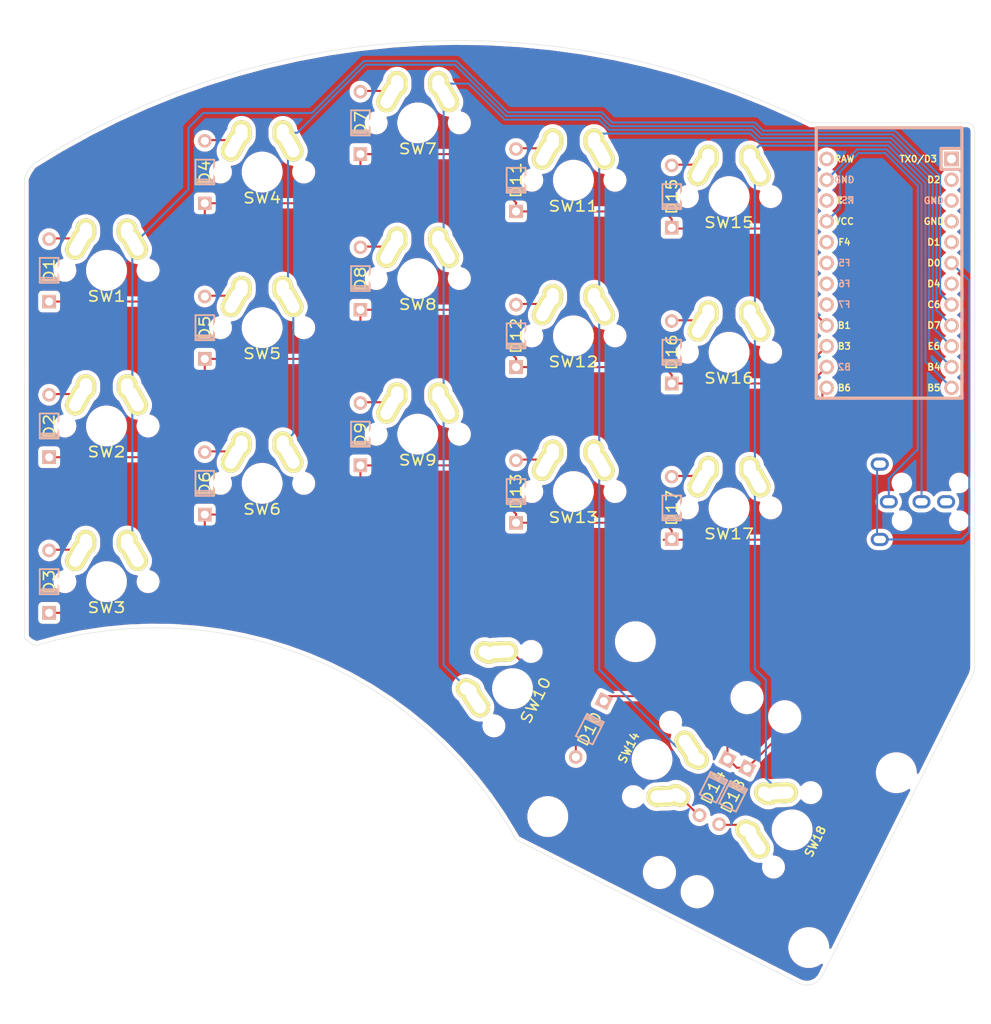
<source format=kicad_pcb>
(kicad_pcb (version 20171130) (host pcbnew 5.1.5)
  (layers (0 F.Cu signal) (31 B.Cu signal) (34 B.Paste user) (35 F.Paste user) (36 B.SilkS user) (37 F.SilkS user) (38 B.Mask user) (39 F.Mask user) (44 Edge.Cuts user))
  (net 0 "")
  (net 1 "Net-(D1-Pad2)")
  (net 2 "Net-(D2-Pad2)")
  (net 3 "Net-(D3-Pad2)")
  (net 4 "Net-(D5-Pad2)")
  (net 5 "Net-(D6-Pad2)")
  (net 6 "Net-(D7-Pad2)")
  (net 7 ROW2)
  (net 8 "Net-(D10-Pad2)")
  (net 9 "Net-(D11-Pad2)")
  (net 10 "Net-(D12-Pad2)")
  (net 11 "Net-(D15-Pad2)")
  (net 12 "Net-(D16-Pad2)")
  (net 13 "Net-(D17-Pad2)")
  (net 14 ROW1)
  (net 15 ROW3)
  (net 16 COL0)
  (net 17 COL1)
  (net 18 COL2)
  (net 19 COL3)
  (net 20 COL4)
  (net 21 ROW0)
  (net 22 SDA)
  (net 23 "Net-(D4-Pad2)")
  (net 24 "Net-(D8-Pad2)")
  (net 25 "Net-(D9-Pad2)")
  (net 26 "Net-(D13-Pad2)")
  (net 27 "Net-(D14-Pad2)")
  (net 28 "Net-(U1-Pad3)")
  (net 29 "Net-(U1-Pad2)")
  (net 30 "Net-(D18-Pad2)")
  (module footprints:125u-dual (layer F.Cu) (at 79.57 90.06 63.4)
    (fp_text reference SW10 (at 0 3.175 63.4) (layer F.SilkS) (effects (font (size 1.27 1.524) (thickness 0.2032))))
    (fp_text value switch hide)
    (pad 1 thru_hole oval (at -2.52 -4.79 63.4) (size 2.5 3.08) (drill oval 1.5 2.08) (layers *.Cu *.Mask F.SilkS) (net 18 COL2))
    (pad 2 thru_hole oval (at 3.405 -3.27 92.4) (size 2.5 4.17) (drill oval 1.5 3.17) (layers *.Cu *.Mask F.SilkS) (net 8 "Net-(D10-Pad2)"))
    (pad HOLE np_thru_hole circle (at 5.08 0 63.4) (size 1.8 1.8) (drill 1.8) (layers *.Cu))
    (pad HOLE np_thru_hole circle (at -5.08 0 63.4) (size 1.8 1.8) (drill 1.8) (layers *.Cu))
    (pad HOLE np_thru_hole circle (at 0 0 63.4) (size 3.9878 3.9878) (drill 3.9878) (layers *.Cu))
    (pad 2 thru_hole oval (at 2.52 -4.79 63.4) (size 2.5 3.08) (drill oval 1.5 2.08) (layers *.Cu *.Mask F.SilkS) (net 8 "Net-(D10-Pad2)"))
    (pad 1 thru_hole oval (at -3.405 -3.27 34.35) (size 2.5 4.17) (drill oval 1.5 3.17) (layers *.Cu *.Mask F.SilkS) (net 18 COL2))
  )
  (module footprints:diode (layer F.Cu) (at 89 95 63.4)
    (fp_text reference D10 (at 0 0 63.4) (layer F.SilkS) (effects (font (size 1.27 1.524) (thickness 0.2032))))
    (fp_text value D hide)
    (pad 1 thru_hole rect (at 3.81 0 63.4) (size 1.651 1.651) (drill 0.9906) (layers *.Cu *.SilkS *.Mask) (net 15 ROW3))
    (pad 2 thru_hole circle (at -3.81 0 63.4) (size 1.651 1.651) (drill 0.9906) (layers *.Cu *.SilkS *.Mask) (net 8 "Net-(D10-Pad2)"))
  )
  (module footprints:trrs (layer B.Cu) (at 135.7 67.25 90)
    (fp_text reference U1)
    (fp_text value TRRS)
    (pad 3 thru_hole oval (at 0 -6.2 90) (size 1.6 2.2) (drill oval 0.9 1.5) (layers *.Cu *.Mask) (net 28 "Net-(U1-Pad3)"))
    (pad "" np_thru_hole circle (at -2.3 -1.6 90) (size 1.5 1.5) (drill 1.5) (layers *.Cu *.Mask))
    (pad "" np_thru_hole circle (at -2.3 -8.6 90) (size 1.5 1.5) (drill 1.5) (layers *.Cu *.Mask))
    (pad 4 thru_hole oval (at 0 -3.2 90) (size 1.6 2.2) (drill oval 0.9 1.5) (layers *.Cu *.Mask))
    (pad 2 thru_hole oval (at 0 -10.2 90) (size 1.6 2.2) (drill oval 0.9 1.5) (layers *.Cu *.Mask) (net 29 "Net-(U1-Pad2)"))
    (pad 1 thru_hole oval (at -4.6 -11.3 90) (size 1.6 2.2) (drill oval 0.9 1.5) (layers *.Cu *.Mask) (net 22 SDA))
    (pad 1 thru_hole oval (at 4.6 -11.3 90) (size 1.6 2.2) (drill oval 0.9 1.5) (layers *.Cu *.Mask) (net 22 SDA))
    (pad "" np_thru_hole circle (at 2.3 -1.6 90) (size 1.5 1.5) (drill 1.5) (layers *.Cu *.Mask))
    (pad "" np_thru_hole circle (at 2.3 -8.6 90) (size 1.5 1.5) (drill 1.5) (layers *.Cu *.Mask))
  )
  (module footprints:promicro (layer B.Cu) (at 125.54 39.37 270)
    (fp_text reference U2 hide)
    (fp_text value ProMicro hide)
    (fp_text user ST (at -8.92 5.73312 180) (layer B.SilkS) (effects (font (size 0.8 0.8)) (justify mirror)))
    (fp_text user TX0/D3 (at -13.97 -3.571872 180) (layer F.SilkS) (effects (font (size 0.8 0.8))))
    (fp_text user TX0/D3 (at -13.97 -3.571872 180) (layer F.SilkS) (effects (font (size 0.8 0.8))))
    (fp_text user D2 (at -11.43 -5.461 180) (layer F.SilkS) (effects (font (size 0.8 0.8))))
    (fp_text user D0 (at -1.27 -5.461 180) (layer F.SilkS) (effects (font (size 0.8 0.8))))
    (fp_text user D1 (at -3.81 -5.461 180) (layer F.SilkS) (effects (font (size 0.8 0.8))))
    (fp_text user GND (at -6.35 -5.461 180) (layer F.SilkS) (effects (font (size 0.8 0.8))))
    (fp_text user GND (at -8.89 -5.461 180) (layer B.SilkS) (effects (font (size 0.8 0.8)) (justify mirror)))
    (fp_text user D4 (at 1.27 -5.461 180) (layer F.SilkS) (effects (font (size 0.8 0.8))))
    (fp_text user C6 (at 3.81 -5.461 180) (layer F.SilkS) (effects (font (size 0.8 0.8))))
    (fp_text user D7 (at 6.35 -5.461 180) (layer F.SilkS) (effects (font (size 0.8 0.8))))
    (fp_text user E6 (at 8.89 -5.461 180) (layer F.SilkS) (effects (font (size 0.8 0.8))))
    (fp_text user B4 (at 11.43 -5.461 180) (layer F.SilkS) (effects (font (size 0.8 0.8))))
    (fp_text user B5 (at 13.97 -5.461 180) (layer F.SilkS) (effects (font (size 0.8 0.8))))
    (fp_text user B6 (at 13.97 5.461 180) (layer F.SilkS) (effects (font (size 0.8 0.8))))
    (fp_text user B2 (at 11.43 5.461 180) (layer B.SilkS) (effects (font (size 0.8 0.8)) (justify mirror)))
    (fp_text user B3 (at 8.89 5.461 180) (layer F.SilkS) (effects (font (size 0.8 0.8))))
    (fp_text user B1 (at 6.35 5.461 180) (layer F.SilkS) (effects (font (size 0.8 0.8))))
    (fp_text user F7 (at 3.81 5.461 180) (layer B.SilkS) (effects (font (size 0.8 0.8)) (justify mirror)))
    (fp_text user F6 (at 1.27 5.461 180) (layer B.SilkS) (effects (font (size 0.8 0.8)) (justify mirror)))
    (fp_text user F5 (at -1.27 5.461 180) (layer B.SilkS) (effects (font (size 0.8 0.8)) (justify mirror)))
    (fp_text user F4 (at -3.81 5.461 180) (layer F.SilkS) (effects (font (size 0.8 0.8))))
    (fp_text user VCC (at -6.35 5.461 180) (layer F.SilkS) (effects (font (size 0.8 0.8))))
    (fp_text user ST (at -8.92 5.73312 180) (layer B.SilkS) (effects (font (size 0.8 0.8)) (justify mirror)))
    (fp_text user GND (at -11.43 5.461 180) (layer B.SilkS) (effects (font (size 0.8 0.8)) (justify mirror)))
    (fp_text user RAW (at -13.97 5.461 180) (layer F.SilkS) (effects (font (size 0.8 0.8))))
    (fp_text user RAW (at -13.97 5.461 180) (layer F.SilkS) (effects (font (size 0.8 0.8))))
    (fp_text user GND (at -11.43 5.461 180) (layer F.SilkS) (effects (font (size 0.8 0.8))))
    (fp_text user VCC (at -6.35 5.461 180) (layer F.SilkS) (effects (font (size 0.8 0.8))))
    (fp_text user F4 (at -3.81 5.461 180) (layer F.SilkS) (effects (font (size 0.8 0.8))))
    (fp_text user F5 (at -1.27 5.461 180) (layer B.SilkS) (effects (font (size 0.8 0.8)) (justify mirror)))
    (fp_text user F6 (at 1.27 5.461 180) (layer B.SilkS) (effects (font (size 0.8 0.8)) (justify mirror)))
    (fp_text user F7 (at 3.81 5.461 180) (layer B.SilkS) (effects (font (size 0.8 0.8)) (justify mirror)))
    (fp_text user B1 (at 6.35 5.461 180) (layer F.SilkS) (effects (font (size 0.8 0.8))))
    (fp_text user B3 (at 8.89 5.461 180) (layer F.SilkS) (effects (font (size 0.8 0.8))))
    (fp_text user B2 (at 11.43 5.461 180) (layer B.SilkS) (effects (font (size 0.8 0.8)) (justify mirror)))
    (fp_text user B6 (at 13.97 5.461 180) (layer F.SilkS) (effects (font (size 0.8 0.8))))
    (fp_text user B5 (at 13.97 -5.461 180) (layer F.SilkS) (effects (font (size 0.8 0.8))))
    (fp_text user B4 (at 11.43 -5.461 180) (layer F.SilkS) (effects (font (size 0.8 0.8))))
    (fp_text user E6 (at 8.89 -5.461 180) (layer F.SilkS) (effects (font (size 0.8 0.8))))
    (fp_text user D7 (at 6.35 -5.461 180) (layer F.SilkS) (effects (font (size 0.8 0.8))))
    (fp_text user C6 (at 3.81 -5.461 180) (layer F.SilkS) (effects (font (size 0.8 0.8))))
    (fp_text user D4 (at 1.27 -5.461 180) (layer F.SilkS) (effects (font (size 0.8 0.8))))
    (fp_text user GND (at -8.89 -5.461 180) (layer F.SilkS) (effects (font (size 0.8 0.8))))
    (fp_text user GND (at -6.35 -5.461 180) (layer F.SilkS) (effects (font (size 0.8 0.8))))
    (fp_text user D1 (at -3.81 -5.461 180) (layer F.SilkS) (effects (font (size 0.8 0.8))))
    (fp_text user D0 (at -1.27 -5.461 180) (layer F.SilkS) (effects (font (size 0.8 0.8))))
    (fp_text user D2 (at -11.43 -5.461 180) (layer F.SilkS) (effects (font (size 0.8 0.8))))
    (pad 24 thru_hole circle (at -13.97 7.62 270) (size 1.7526 1.7526) (drill 1.0922) (layers *.Cu *.SilkS *.Mask))
    (pad 12 thru_hole circle (at 13.97 -7.62 270) (size 1.7526 1.7526) (drill 1.0922) (layers *.Cu *.SilkS *.Mask) (net 20 COL4))
    (pad 23 thru_hole circle (at -11.43 7.62 270) (size 1.7526 1.7526) (drill 1.0922) (layers *.Cu *.SilkS *.Mask) (net 28 "Net-(U1-Pad3)"))
    (pad 22 thru_hole circle (at -8.89 7.62 270) (size 1.7526 1.7526) (drill 1.0922) (layers *.Cu *.SilkS *.Mask))
    (pad 21 thru_hole circle (at -6.35 7.62 270) (size 1.7526 1.7526) (drill 1.0922) (layers *.Cu *.SilkS *.Mask) (net 29 "Net-(U1-Pad2)"))
    (pad 20 thru_hole circle (at -3.81 7.62 270) (size 1.7526 1.7526) (drill 1.0922) (layers *.Cu *.SilkS *.Mask))
    (pad 19 thru_hole circle (at -1.27 7.62 270) (size 1.7526 1.7526) (drill 1.0922) (layers *.Cu *.SilkS *.Mask))
    (pad 18 thru_hole circle (at 1.27 7.62 270) (size 1.7526 1.7526) (drill 1.0922) (layers *.Cu *.SilkS *.Mask))
    (pad 17 thru_hole circle (at 3.81 7.62 270) (size 1.7526 1.7526) (drill 1.0922) (layers *.Cu *.SilkS *.Mask))
    (pad 16 thru_hole circle (at 6.35 7.62 270) (size 1.7526 1.7526) (drill 1.0922) (layers *.Cu *.SilkS *.Mask) (net 21 ROW0))
    (pad 15 thru_hole circle (at 8.89 7.62 270) (size 1.7526 1.7526) (drill 1.0922) (layers *.Cu *.SilkS *.Mask) (net 14 ROW1))
    (pad 14 thru_hole circle (at 11.43 7.62 270) (size 1.7526 1.7526) (drill 1.0922) (layers *.Cu *.SilkS *.Mask) (net 7 ROW2))
    (pad 13 thru_hole circle (at 13.97 7.62 270) (size 1.7526 1.7526) (drill 1.0922) (layers *.Cu *.SilkS *.Mask) (net 15 ROW3))
    (pad 11 thru_hole circle (at 11.43 -7.62 270) (size 1.7526 1.7526) (drill 1.0922) (layers *.Cu *.SilkS *.Mask) (net 19 COL3))
    (pad 10 thru_hole circle (at 8.89 -7.62 270) (size 1.7526 1.7526) (drill 1.0922) (layers *.Cu *.SilkS *.Mask) (net 18 COL2))
    (pad 9 thru_hole circle (at 6.35 -7.62 270) (size 1.7526 1.7526) (drill 1.0922) (layers *.Cu *.SilkS *.Mask) (net 17 COL1))
    (pad 8 thru_hole circle (at 3.81 -7.62 270) (size 1.7526 1.7526) (drill 1.0922) (layers *.Cu *.SilkS *.Mask) (net 16 COL0))
    (pad 7 thru_hole circle (at 1.27 -7.62 270) (size 1.7526 1.7526) (drill 1.0922) (layers *.Cu *.SilkS *.Mask))
    (pad 6 thru_hole circle (at -1.27 -7.62 270) (size 1.7526 1.7526) (drill 1.0922) (layers *.Cu *.SilkS *.Mask) (net 22 SDA))
    (pad 5 thru_hole circle (at -3.81 -7.62 270) (size 1.7526 1.7526) (drill 1.0922) (layers *.Cu *.SilkS *.Mask))
    (pad 4 thru_hole circle (at -6.35 -7.62 270) (size 1.7526 1.7526) (drill 1.0922) (layers *.Cu *.SilkS *.Mask))
    (pad 3 thru_hole circle (at -8.89 -7.62 270) (size 1.7526 1.7526) (drill 1.0922) (layers *.Cu *.SilkS *.Mask))
    (pad 2 thru_hole circle (at -11.43 -7.62 270) (size 1.7526 1.7526) (drill 1.0922) (layers *.Cu *.SilkS *.Mask))
    (pad 1 thru_hole rect (at -13.97 -7.62 270) (size 1.7526 1.7526) (drill 1.0922) (layers *.Cu *.SilkS *.Mask))
  )
  (module footprints:diode (layer F.Cu) (at 106.5 103.2 63.4)
    (fp_text reference D18 (at 0 0 63.4) (layer F.SilkS) (effects (font (size 1.27 1.524) (thickness 0.2032))))
    (fp_text value D hide)
    (pad 1 thru_hole rect (at 3.81 0 63.4) (size 1.651 1.651) (drill 0.9906) (layers *.Cu *.SilkS *.Mask) (net 15 ROW3))
    (pad 2 thru_hole circle (at -3.81 0 63.4) (size 1.651 1.651) (drill 0.9906) (layers *.Cu *.SilkS *.Mask) (net 30 "Net-(D18-Pad2)"))
  )
  (module footprints:diode (layer F.Cu) (at 99 68 270)
    (fp_text reference D17 (at 0 0 90) (layer F.SilkS) (effects (font (size 1.27 1.524) (thickness 0.2032))))
    (fp_text value D hide)
    (pad 1 thru_hole rect (at 3.81 0 270) (size 1.651 1.651) (drill 0.9906) (layers *.Cu *.SilkS *.Mask) (net 7 ROW2))
    (pad 2 thru_hole circle (at -3.81 0 270) (size 1.651 1.651) (drill 0.9906) (layers *.Cu *.SilkS *.Mask) (net 13 "Net-(D17-Pad2)"))
  )
  (module footprints:diode (layer F.Cu) (at 99 49 270)
    (fp_text reference D16 (at 0 0 90) (layer F.SilkS) (effects (font (size 1.27 1.524) (thickness 0.2032))))
    (fp_text value D hide)
    (pad 1 thru_hole rect (at 3.81 0 270) (size 1.651 1.651) (drill 0.9906) (layers *.Cu *.SilkS *.Mask) (net 14 ROW1))
    (pad 2 thru_hole circle (at -3.81 0 270) (size 1.651 1.651) (drill 0.9906) (layers *.Cu *.SilkS *.Mask) (net 12 "Net-(D16-Pad2)"))
  )
  (module footprints:diode (layer F.Cu) (at 99 30 270)
    (fp_text reference D15 (at 0 0 90) (layer F.SilkS) (effects (font (size 1.27 1.524) (thickness 0.2032))))
    (fp_text value D hide)
    (pad 1 thru_hole rect (at 3.81 0 270) (size 1.651 1.651) (drill 0.9906) (layers *.Cu *.SilkS *.Mask) (net 21 ROW0))
    (pad 2 thru_hole circle (at -3.81 0 270) (size 1.651 1.651) (drill 0.9906) (layers *.Cu *.SilkS *.Mask) (net 11 "Net-(D15-Pad2)"))
  )
  (module footprints:diode (layer F.Cu) (at 104.1 102.1 63.4)
    (fp_text reference D14 (at 0 0 63.4) (layer F.SilkS) (effects (font (size 1.27 1.524) (thickness 0.2032))))
    (fp_text value D hide)
    (pad 1 thru_hole rect (at 3.81 0 63.4) (size 1.651 1.651) (drill 0.9906) (layers *.Cu *.SilkS *.Mask) (net 15 ROW3))
    (pad 2 thru_hole circle (at -3.81 0 63.4) (size 1.651 1.651) (drill 0.9906) (layers *.Cu *.SilkS *.Mask) (net 27 "Net-(D14-Pad2)"))
  )
  (module footprints:diode (layer F.Cu) (at 80 66 270)
    (fp_text reference D13 (at 0 0 90) (layer F.SilkS) (effects (font (size 1.27 1.524) (thickness 0.2032))))
    (fp_text value D hide)
    (pad 1 thru_hole rect (at 3.81 0 270) (size 1.651 1.651) (drill 0.9906) (layers *.Cu *.SilkS *.Mask) (net 7 ROW2))
    (pad 2 thru_hole circle (at -3.81 0 270) (size 1.651 1.651) (drill 0.9906) (layers *.Cu *.SilkS *.Mask) (net 26 "Net-(D13-Pad2)"))
  )
  (module footprints:diode (layer F.Cu) (at 80 47 270)
    (fp_text reference D12 (at 0 0 90) (layer F.SilkS) (effects (font (size 1.27 1.524) (thickness 0.2032))))
    (fp_text value D hide)
    (pad 1 thru_hole rect (at 3.81 0 270) (size 1.651 1.651) (drill 0.9906) (layers *.Cu *.SilkS *.Mask) (net 14 ROW1))
    (pad 2 thru_hole circle (at -3.81 0 270) (size 1.651 1.651) (drill 0.9906) (layers *.Cu *.SilkS *.Mask) (net 10 "Net-(D12-Pad2)"))
  )
  (module footprints:diode (layer F.Cu) (at 80 28 270)
    (fp_text reference D11 (at 0 0 90) (layer F.SilkS) (effects (font (size 1.27 1.524) (thickness 0.2032))))
    (fp_text value D hide)
    (pad 1 thru_hole rect (at 3.81 0 270) (size 1.651 1.651) (drill 0.9906) (layers *.Cu *.SilkS *.Mask) (net 21 ROW0))
    (pad 2 thru_hole circle (at -3.81 0 270) (size 1.651 1.651) (drill 0.9906) (layers *.Cu *.SilkS *.Mask) (net 9 "Net-(D11-Pad2)"))
  )
  (module footprints:diode (layer F.Cu) (at 61 59 270)
    (fp_text reference D9 (at 0 0 90) (layer F.SilkS) (effects (font (size 1.27 1.524) (thickness 0.2032))))
    (fp_text value D hide)
    (pad 1 thru_hole rect (at 3.81 0 270) (size 1.651 1.651) (drill 0.9906) (layers *.Cu *.SilkS *.Mask) (net 7 ROW2))
    (pad 2 thru_hole circle (at -3.81 0 270) (size 1.651 1.651) (drill 0.9906) (layers *.Cu *.SilkS *.Mask) (net 25 "Net-(D9-Pad2)"))
  )
  (module footprints:diode (layer F.Cu) (at 61 40 270)
    (fp_text reference D8 (at 0 0 90) (layer F.SilkS) (effects (font (size 1.27 1.524) (thickness 0.2032))))
    (fp_text value D hide)
    (pad 1 thru_hole rect (at 3.81 0 270) (size 1.651 1.651) (drill 0.9906) (layers *.Cu *.SilkS *.Mask) (net 14 ROW1))
    (pad 2 thru_hole circle (at -3.81 0 270) (size 1.651 1.651) (drill 0.9906) (layers *.Cu *.SilkS *.Mask) (net 24 "Net-(D8-Pad2)"))
  )
  (module footprints:diode (layer F.Cu) (at 61 21 270)
    (fp_text reference D7 (at 0 0 90) (layer F.SilkS) (effects (font (size 1.27 1.524) (thickness 0.2032))))
    (fp_text value D hide)
    (pad 1 thru_hole rect (at 3.81 0 270) (size 1.651 1.651) (drill 0.9906) (layers *.Cu *.SilkS *.Mask) (net 21 ROW0))
    (pad 2 thru_hole circle (at -3.81 0 270) (size 1.651 1.651) (drill 0.9906) (layers *.Cu *.SilkS *.Mask) (net 6 "Net-(D7-Pad2)"))
  )
  (module footprints:diode (layer F.Cu) (at 42 65 270)
    (fp_text reference D6 (at 0 0 90) (layer F.SilkS) (effects (font (size 1.27 1.524) (thickness 0.2032))))
    (fp_text value D hide)
    (pad 1 thru_hole rect (at 3.81 0 270) (size 1.651 1.651) (drill 0.9906) (layers *.Cu *.SilkS *.Mask) (net 7 ROW2))
    (pad 2 thru_hole circle (at -3.81 0 270) (size 1.651 1.651) (drill 0.9906) (layers *.Cu *.SilkS *.Mask) (net 5 "Net-(D6-Pad2)"))
  )
  (module footprints:diode (layer F.Cu) (at 42 46 270)
    (fp_text reference D5 (at 0 0 90) (layer F.SilkS) (effects (font (size 1.27 1.524) (thickness 0.2032))))
    (fp_text value D hide)
    (pad 1 thru_hole rect (at 3.81 0 270) (size 1.651 1.651) (drill 0.9906) (layers *.Cu *.SilkS *.Mask) (net 14 ROW1))
    (pad 2 thru_hole circle (at -3.81 0 270) (size 1.651 1.651) (drill 0.9906) (layers *.Cu *.SilkS *.Mask) (net 4 "Net-(D5-Pad2)"))
  )
  (module footprints:diode (layer F.Cu) (at 42 27 270)
    (fp_text reference D4 (at 0 0 90) (layer F.SilkS) (effects (font (size 1.27 1.524) (thickness 0.2032))))
    (fp_text value D hide)
    (pad 1 thru_hole rect (at 3.81 0 270) (size 1.651 1.651) (drill 0.9906) (layers *.Cu *.SilkS *.Mask) (net 21 ROW0))
    (pad 2 thru_hole circle (at -3.81 0 270) (size 1.651 1.651) (drill 0.9906) (layers *.Cu *.SilkS *.Mask) (net 23 "Net-(D4-Pad2)"))
  )
  (module footprints:diode (layer F.Cu) (at 23 77 270)
    (fp_text reference D3 (at 0 0 90) (layer F.SilkS) (effects (font (size 1.27 1.524) (thickness 0.2032))))
    (fp_text value D hide)
    (pad 1 thru_hole rect (at 3.81 0 270) (size 1.651 1.651) (drill 0.9906) (layers *.Cu *.SilkS *.Mask) (net 7 ROW2))
    (pad 2 thru_hole circle (at -3.81 0 270) (size 1.651 1.651) (drill 0.9906) (layers *.Cu *.SilkS *.Mask) (net 3 "Net-(D3-Pad2)"))
  )
  (module footprints:diode (layer F.Cu) (at 23 58 270)
    (fp_text reference D2 (at 0 0 90) (layer F.SilkS) (effects (font (size 1.27 1.524) (thickness 0.2032))))
    (fp_text value D hide)
    (pad 1 thru_hole rect (at 3.81 0 270) (size 1.651 1.651) (drill 0.9906) (layers *.Cu *.SilkS *.Mask) (net 14 ROW1))
    (pad 2 thru_hole circle (at -3.81 0 270) (size 1.651 1.651) (drill 0.9906) (layers *.Cu *.SilkS *.Mask) (net 2 "Net-(D2-Pad2)"))
  )
  (module footprints:diode (layer F.Cu) (at 23 39 270)
    (fp_text reference D1 (at 0 0 90) (layer F.SilkS) (effects (font (size 1.27 1.524) (thickness 0.2032))))
    (fp_text value D hide)
    (pad 1 thru_hole rect (at 3.81 0 270) (size 1.651 1.651) (drill 0.9906) (layers *.Cu *.SilkS *.Mask) (net 21 ROW0))
    (pad 2 thru_hole circle (at -3.81 0 270) (size 1.651 1.651) (drill 0.9906) (layers *.Cu *.SilkS *.Mask) (net 1 "Net-(D1-Pad2)"))
  )
  (module footprints:2u-dual (layer F.Cu) (at 113.7 107.3 63.4)
    (fp_text reference SW18 (at 0 3.175 63.4) (layer F.SilkS) (effects (font (thickness 0.2))))
    (fp_text value switch hide)
    (pad HOLE np_thru_hole circle (at 11.938 8.255 63.4) (size 3.9878 3.9878) (drill 3.9878) (layers *.Cu))
    (pad HOLE np_thru_hole circle (at -11.938 8.255 63.4) (size 3.9878 3.9878) (drill 3.9878) (layers *.Cu))
    (pad HOLE np_thru_hole circle (at 11.938 -6.985 63.4) (size 3.048 3.048) (drill 3.048) (layers *.Cu))
    (pad HOLE np_thru_hole circle (at -11.938 -6.985 63.4) (size 3.048 3.048) (drill 3.048) (layers *.Cu))
    (pad HOLE np_thru_hole circle (at 5.08 0 63.4) (size 1.8 1.8) (drill 1.8) (layers *.Cu))
    (pad HOLE np_thru_hole circle (at -5.08 0 63.4) (size 1.8 1.8) (drill 1.8) (layers *.Cu))
    (pad HOLE np_thru_hole circle (at 0 0 63.4) (size 3.9878 3.9878) (drill 3.9878) (layers *.Cu))
    (pad 2 thru_hole oval (at 2.52 -4.79 59.5) (size 2.5 3.08) (drill oval 1.5 2.08) (layers *.Cu *.Mask F.SilkS) (net 20 COL4))
    (pad 1 thru_hole oval (at -3.405 -3.27 34.35) (size 2.5 4.17) (drill oval 1.5 3.17) (layers *.Cu *.Mask F.SilkS) (net 30 "Net-(D18-Pad2)"))
    (pad 2 thru_hole oval (at 3.405 -3.27 92.45) (size 2.5 4.17) (drill oval 1.5 3.17) (layers *.Cu *.Mask F.SilkS) (net 20 COL4))
    (pad 1 thru_hole oval (at -2.52 -4.79 67.3) (size 2.5 3.08) (drill oval 1.5 2.08) (layers *.Cu *.Mask F.SilkS) (net 30 "Net-(D18-Pad2)"))
  )
  (module footprints:1u-dual (layer F.Cu) (at 106 68)
    (fp_text reference SW17 (at 0 3.175) (layer F.SilkS) (effects (font (size 1.27 1.524) (thickness 0.2032))))
    (fp_text value switch hide)
    (pad 1 thru_hole oval (at -2.52 -4.79) (size 2.5 3.08) (drill oval 1.5 2.08) (layers *.Cu *.Mask F.SilkS) (net 13 "Net-(D17-Pad2)"))
    (pad 2 thru_hole oval (at 3.405 -3.27 29) (size 2.5 4.17) (drill oval 1.5 3.17) (layers *.Cu *.Mask F.SilkS) (net 20 COL4))
    (pad HOLE np_thru_hole circle (at 5.08 0) (size 1.8 1.8) (drill 1.8) (layers *.Cu))
    (pad HOLE np_thru_hole circle (at -5.08 0) (size 1.8 1.8) (drill 1.8) (layers *.Cu))
    (pad HOLE np_thru_hole circle (at 0 0) (size 3.9878 3.9878) (drill 3.9878) (layers *.Cu))
    (pad 2 thru_hole oval (at 2.52 -4.79) (size 2.5 3.08) (drill oval 1.5 2.08) (layers *.Cu *.Mask F.SilkS) (net 20 COL4))
    (pad 1 thru_hole oval (at -3.405 -3.27 330.95) (size 2.5 4.17) (drill oval 1.5 3.17) (layers *.Cu *.Mask F.SilkS) (net 13 "Net-(D17-Pad2)"))
  )
  (module footprints:1u-dual (layer F.Cu) (at 106 49)
    (fp_text reference SW16 (at 0 3.175) (layer F.SilkS) (effects (font (size 1.27 1.524) (thickness 0.2032))))
    (fp_text value switch hide)
    (pad 1 thru_hole oval (at -2.52 -4.79) (size 2.5 3.08) (drill oval 1.5 2.08) (layers *.Cu *.Mask F.SilkS) (net 12 "Net-(D16-Pad2)"))
    (pad 2 thru_hole oval (at 3.405 -3.27 29) (size 2.5 4.17) (drill oval 1.5 3.17) (layers *.Cu *.Mask F.SilkS) (net 20 COL4))
    (pad HOLE np_thru_hole circle (at 5.08 0) (size 1.8 1.8) (drill 1.8) (layers *.Cu))
    (pad HOLE np_thru_hole circle (at -5.08 0) (size 1.8 1.8) (drill 1.8) (layers *.Cu))
    (pad HOLE np_thru_hole circle (at 0 0) (size 3.9878 3.9878) (drill 3.9878) (layers *.Cu))
    (pad 2 thru_hole oval (at 2.52 -4.79) (size 2.5 3.08) (drill oval 1.5 2.08) (layers *.Cu *.Mask F.SilkS) (net 20 COL4))
    (pad 1 thru_hole oval (at -3.405 -3.27 330.95) (size 2.5 4.17) (drill oval 1.5 3.17) (layers *.Cu *.Mask F.SilkS) (net 12 "Net-(D16-Pad2)"))
  )
  (module footprints:1u-dual (layer F.Cu) (at 106 30)
    (fp_text reference SW15 (at 0 3.175) (layer F.SilkS) (effects (font (size 1.27 1.524) (thickness 0.2032))))
    (fp_text value switch hide)
    (pad 1 thru_hole oval (at -2.52 -4.79) (size 2.5 3.08) (drill oval 1.5 2.08) (layers *.Cu *.Mask F.SilkS) (net 11 "Net-(D15-Pad2)"))
    (pad 2 thru_hole oval (at 3.405 -3.27 29) (size 2.5 4.17) (drill oval 1.5 3.17) (layers *.Cu *.Mask F.SilkS) (net 20 COL4))
    (pad HOLE np_thru_hole circle (at 5.08 0) (size 1.8 1.8) (drill 1.8) (layers *.Cu))
    (pad HOLE np_thru_hole circle (at -5.08 0) (size 1.8 1.8) (drill 1.8) (layers *.Cu))
    (pad HOLE np_thru_hole circle (at 0 0) (size 3.9878 3.9878) (drill 3.9878) (layers *.Cu))
    (pad 2 thru_hole oval (at 2.52 -4.79) (size 2.5 3.08) (drill oval 1.5 2.08) (layers *.Cu *.Mask F.SilkS) (net 20 COL4))
    (pad 1 thru_hole oval (at -3.405 -3.27 330.95) (size 2.5 4.17) (drill oval 1.5 3.17) (layers *.Cu *.Mask F.SilkS) (net 11 "Net-(D15-Pad2)"))
  )
  (module footprints:2u-dual (layer F.Cu) (at 96.6 98.7 243.4)
    (fp_text reference SW14 (at 0 3.175 63.4) (layer F.SilkS) (effects (font (thickness 0.2))))
    (fp_text value switch hide)
    (pad HOLE np_thru_hole circle (at 11.938 8.255 243.4) (size 3.9878 3.9878) (drill 3.9878) (layers *.Cu))
    (pad HOLE np_thru_hole circle (at -11.938 8.255 243.4) (size 3.9878 3.9878) (drill 3.9878) (layers *.Cu))
    (pad HOLE np_thru_hole circle (at 11.938 -6.985 243.4) (size 3.048 3.048) (drill 3.048) (layers *.Cu))
    (pad HOLE np_thru_hole circle (at -11.938 -6.985 243.4) (size 3.048 3.048) (drill 3.048) (layers *.Cu))
    (pad HOLE np_thru_hole circle (at 5.08 0 243.4) (size 1.8 1.8) (drill 1.8) (layers *.Cu))
    (pad HOLE np_thru_hole circle (at -5.08 0 243.4) (size 1.8 1.8) (drill 1.8) (layers *.Cu))
    (pad HOLE np_thru_hole circle (at 0 0 243.4) (size 3.9878 3.9878) (drill 3.9878) (layers *.Cu))
    (pad 2 thru_hole oval (at 2.52 -4.79 239.5) (size 2.5 3.08) (drill oval 1.5 2.08) (layers *.Cu *.Mask F.SilkS) (net 27 "Net-(D14-Pad2)"))
    (pad 1 thru_hole oval (at -3.405 -3.27 214.35) (size 2.5 4.17) (drill oval 1.5 3.17) (layers *.Cu *.Mask F.SilkS) (net 19 COL3))
    (pad 2 thru_hole oval (at 3.405 -3.27 272.45) (size 2.5 4.17) (drill oval 1.5 3.17) (layers *.Cu *.Mask F.SilkS) (net 27 "Net-(D14-Pad2)"))
    (pad 1 thru_hole oval (at -2.52 -4.79 247.3) (size 2.5 3.08) (drill oval 1.5 2.08) (layers *.Cu *.Mask F.SilkS) (net 19 COL3))
  )
  (module footprints:1u-dual (layer F.Cu) (at 87 66)
    (fp_text reference SW13 (at 0 3.175) (layer F.SilkS) (effects (font (size 1.27 1.524) (thickness 0.2032))))
    (fp_text value switch hide)
    (pad 1 thru_hole oval (at -2.52 -4.79) (size 2.5 3.08) (drill oval 1.5 2.08) (layers *.Cu *.Mask F.SilkS) (net 26 "Net-(D13-Pad2)"))
    (pad 2 thru_hole oval (at 3.405 -3.27 29) (size 2.5 4.17) (drill oval 1.5 3.17) (layers *.Cu *.Mask F.SilkS) (net 19 COL3))
    (pad HOLE np_thru_hole circle (at 5.08 0) (size 1.8 1.8) (drill 1.8) (layers *.Cu))
    (pad HOLE np_thru_hole circle (at -5.08 0) (size 1.8 1.8) (drill 1.8) (layers *.Cu))
    (pad HOLE np_thru_hole circle (at 0 0) (size 3.9878 3.9878) (drill 3.9878) (layers *.Cu))
    (pad 2 thru_hole oval (at 2.52 -4.79) (size 2.5 3.08) (drill oval 1.5 2.08) (layers *.Cu *.Mask F.SilkS) (net 19 COL3))
    (pad 1 thru_hole oval (at -3.405 -3.27 330.95) (size 2.5 4.17) (drill oval 1.5 3.17) (layers *.Cu *.Mask F.SilkS) (net 26 "Net-(D13-Pad2)"))
  )
  (module footprints:1u-dual (layer F.Cu) (at 87 47)
    (fp_text reference SW12 (at 0 3.175) (layer F.SilkS) (effects (font (size 1.27 1.524) (thickness 0.2032))))
    (fp_text value switch hide)
    (pad 1 thru_hole oval (at -2.52 -4.79) (size 2.5 3.08) (drill oval 1.5 2.08) (layers *.Cu *.Mask F.SilkS) (net 10 "Net-(D12-Pad2)"))
    (pad 2 thru_hole oval (at 3.405 -3.27 29) (size 2.5 4.17) (drill oval 1.5 3.17) (layers *.Cu *.Mask F.SilkS) (net 19 COL3))
    (pad HOLE np_thru_hole circle (at 5.08 0) (size 1.8 1.8) (drill 1.8) (layers *.Cu))
    (pad HOLE np_thru_hole circle (at -5.08 0) (size 1.8 1.8) (drill 1.8) (layers *.Cu))
    (pad HOLE np_thru_hole circle (at 0 0) (size 3.9878 3.9878) (drill 3.9878) (layers *.Cu))
    (pad 2 thru_hole oval (at 2.52 -4.79) (size 2.5 3.08) (drill oval 1.5 2.08) (layers *.Cu *.Mask F.SilkS) (net 19 COL3))
    (pad 1 thru_hole oval (at -3.405 -3.27 330.95) (size 2.5 4.17) (drill oval 1.5 3.17) (layers *.Cu *.Mask F.SilkS) (net 10 "Net-(D12-Pad2)"))
  )
  (module footprints:1u-dual (layer F.Cu) (at 87 28)
    (fp_text reference SW11 (at 0 3.175) (layer F.SilkS) (effects (font (size 1.27 1.524) (thickness 0.2032))))
    (fp_text value switch hide)
    (pad 1 thru_hole oval (at -2.52 -4.79) (size 2.5 3.08) (drill oval 1.5 2.08) (layers *.Cu *.Mask F.SilkS) (net 9 "Net-(D11-Pad2)"))
    (pad 2 thru_hole oval (at 3.405 -3.27 29) (size 2.5 4.17) (drill oval 1.5 3.17) (layers *.Cu *.Mask F.SilkS) (net 19 COL3))
    (pad HOLE np_thru_hole circle (at 5.08 0) (size 1.8 1.8) (drill 1.8) (layers *.Cu))
    (pad HOLE np_thru_hole circle (at -5.08 0) (size 1.8 1.8) (drill 1.8) (layers *.Cu))
    (pad HOLE np_thru_hole circle (at 0 0) (size 3.9878 3.9878) (drill 3.9878) (layers *.Cu))
    (pad 2 thru_hole oval (at 2.52 -4.79) (size 2.5 3.08) (drill oval 1.5 2.08) (layers *.Cu *.Mask F.SilkS) (net 19 COL3))
    (pad 1 thru_hole oval (at -3.405 -3.27 330.95) (size 2.5 4.17) (drill oval 1.5 3.17) (layers *.Cu *.Mask F.SilkS) (net 9 "Net-(D11-Pad2)"))
  )
  (module footprints:1u-dual (layer F.Cu) (at 68 59)
    (fp_text reference SW9 (at 0 3.175) (layer F.SilkS) (effects (font (size 1.27 1.524) (thickness 0.2032))))
    (fp_text value switch hide)
    (pad 1 thru_hole oval (at -2.52 -4.79) (size 2.5 3.08) (drill oval 1.5 2.08) (layers *.Cu *.Mask F.SilkS) (net 25 "Net-(D9-Pad2)"))
    (pad 2 thru_hole oval (at 3.405 -3.27 29) (size 2.5 4.17) (drill oval 1.5 3.17) (layers *.Cu *.Mask F.SilkS) (net 18 COL2))
    (pad HOLE np_thru_hole circle (at 5.08 0) (size 1.8 1.8) (drill 1.8) (layers *.Cu))
    (pad HOLE np_thru_hole circle (at -5.08 0) (size 1.8 1.8) (drill 1.8) (layers *.Cu))
    (pad HOLE np_thru_hole circle (at 0 0) (size 3.9878 3.9878) (drill 3.9878) (layers *.Cu))
    (pad 2 thru_hole oval (at 2.52 -4.79) (size 2.5 3.08) (drill oval 1.5 2.08) (layers *.Cu *.Mask F.SilkS) (net 18 COL2))
    (pad 1 thru_hole oval (at -3.405 -3.27 330.95) (size 2.5 4.17) (drill oval 1.5 3.17) (layers *.Cu *.Mask F.SilkS) (net 25 "Net-(D9-Pad2)"))
  )
  (module footprints:1u-dual (layer F.Cu) (at 68 40)
    (fp_text reference SW8 (at 0 3.175) (layer F.SilkS) (effects (font (size 1.27 1.524) (thickness 0.2032))))
    (fp_text value switch hide)
    (pad 1 thru_hole oval (at -2.52 -4.79) (size 2.5 3.08) (drill oval 1.5 2.08) (layers *.Cu *.Mask F.SilkS) (net 24 "Net-(D8-Pad2)"))
    (pad 2 thru_hole oval (at 3.405 -3.27 29) (size 2.5 4.17) (drill oval 1.5 3.17) (layers *.Cu *.Mask F.SilkS) (net 18 COL2))
    (pad HOLE np_thru_hole circle (at 5.08 0) (size 1.8 1.8) (drill 1.8) (layers *.Cu))
    (pad HOLE np_thru_hole circle (at -5.08 0) (size 1.8 1.8) (drill 1.8) (layers *.Cu))
    (pad HOLE np_thru_hole circle (at 0 0) (size 3.9878 3.9878) (drill 3.9878) (layers *.Cu))
    (pad 2 thru_hole oval (at 2.52 -4.79) (size 2.5 3.08) (drill oval 1.5 2.08) (layers *.Cu *.Mask F.SilkS) (net 18 COL2))
    (pad 1 thru_hole oval (at -3.405 -3.27 330.95) (size 2.5 4.17) (drill oval 1.5 3.17) (layers *.Cu *.Mask F.SilkS) (net 24 "Net-(D8-Pad2)"))
  )
  (module footprints:1u-dual (layer F.Cu) (at 68 21)
    (fp_text reference SW7 (at 0 3.175) (layer F.SilkS) (effects (font (size 1.27 1.524) (thickness 0.2032))))
    (fp_text value switch hide)
    (pad 1 thru_hole oval (at -2.52 -4.79) (size 2.5 3.08) (drill oval 1.5 2.08) (layers *.Cu *.Mask F.SilkS) (net 6 "Net-(D7-Pad2)"))
    (pad 2 thru_hole oval (at 3.405 -3.27 29) (size 2.5 4.17) (drill oval 1.5 3.17) (layers *.Cu *.Mask F.SilkS) (net 18 COL2))
    (pad HOLE np_thru_hole circle (at 5.08 0) (size 1.8 1.8) (drill 1.8) (layers *.Cu))
    (pad HOLE np_thru_hole circle (at -5.08 0) (size 1.8 1.8) (drill 1.8) (layers *.Cu))
    (pad HOLE np_thru_hole circle (at 0 0) (size 3.9878 3.9878) (drill 3.9878) (layers *.Cu))
    (pad 2 thru_hole oval (at 2.52 -4.79) (size 2.5 3.08) (drill oval 1.5 2.08) (layers *.Cu *.Mask F.SilkS) (net 18 COL2))
    (pad 1 thru_hole oval (at -3.405 -3.27 330.95) (size 2.5 4.17) (drill oval 1.5 3.17) (layers *.Cu *.Mask F.SilkS) (net 6 "Net-(D7-Pad2)"))
  )
  (module footprints:1u-dual (layer F.Cu) (at 49 65)
    (fp_text reference SW6 (at 0 3.175) (layer F.SilkS) (effects (font (size 1.27 1.524) (thickness 0.2032))))
    (fp_text value switch hide)
    (pad 1 thru_hole oval (at -2.52 -4.79) (size 2.5 3.08) (drill oval 1.5 2.08) (layers *.Cu *.Mask F.SilkS) (net 5 "Net-(D6-Pad2)"))
    (pad 2 thru_hole oval (at 3.405 -3.27 29) (size 2.5 4.17) (drill oval 1.5 3.17) (layers *.Cu *.Mask F.SilkS) (net 17 COL1))
    (pad HOLE np_thru_hole circle (at 5.08 0) (size 1.8 1.8) (drill 1.8) (layers *.Cu))
    (pad HOLE np_thru_hole circle (at -5.08 0) (size 1.8 1.8) (drill 1.8) (layers *.Cu))
    (pad HOLE np_thru_hole circle (at 0 0) (size 3.9878 3.9878) (drill 3.9878) (layers *.Cu))
    (pad 2 thru_hole oval (at 2.52 -4.79) (size 2.5 3.08) (drill oval 1.5 2.08) (layers *.Cu *.Mask F.SilkS) (net 17 COL1))
    (pad 1 thru_hole oval (at -3.405 -3.27 330.95) (size 2.5 4.17) (drill oval 1.5 3.17) (layers *.Cu *.Mask F.SilkS) (net 5 "Net-(D6-Pad2)"))
  )
  (module footprints:1u-dual (layer F.Cu) (at 49 46)
    (fp_text reference SW5 (at 0 3.175) (layer F.SilkS) (effects (font (size 1.27 1.524) (thickness 0.2032))))
    (fp_text value switch hide)
    (pad 1 thru_hole oval (at -2.52 -4.79) (size 2.5 3.08) (drill oval 1.5 2.08) (layers *.Cu *.Mask F.SilkS) (net 4 "Net-(D5-Pad2)"))
    (pad 2 thru_hole oval (at 3.405 -3.27 29) (size 2.5 4.17) (drill oval 1.5 3.17) (layers *.Cu *.Mask F.SilkS) (net 17 COL1))
    (pad HOLE np_thru_hole circle (at 5.08 0) (size 1.8 1.8) (drill 1.8) (layers *.Cu))
    (pad HOLE np_thru_hole circle (at -5.08 0) (size 1.8 1.8) (drill 1.8) (layers *.Cu))
    (pad HOLE np_thru_hole circle (at 0 0) (size 3.9878 3.9878) (drill 3.9878) (layers *.Cu))
    (pad 2 thru_hole oval (at 2.52 -4.79) (size 2.5 3.08) (drill oval 1.5 2.08) (layers *.Cu *.Mask F.SilkS) (net 17 COL1))
    (pad 1 thru_hole oval (at -3.405 -3.27 330.95) (size 2.5 4.17) (drill oval 1.5 3.17) (layers *.Cu *.Mask F.SilkS) (net 4 "Net-(D5-Pad2)"))
  )
  (module footprints:1u-dual (layer F.Cu) (at 49 27)
    (fp_text reference SW4 (at 0 3.175) (layer F.SilkS) (effects (font (size 1.27 1.524) (thickness 0.2032))))
    (fp_text value switch hide)
    (pad 1 thru_hole oval (at -2.52 -4.79) (size 2.5 3.08) (drill oval 1.5 2.08) (layers *.Cu *.Mask F.SilkS) (net 23 "Net-(D4-Pad2)"))
    (pad 2 thru_hole oval (at 3.405 -3.27 29) (size 2.5 4.17) (drill oval 1.5 3.17) (layers *.Cu *.Mask F.SilkS) (net 17 COL1))
    (pad HOLE np_thru_hole circle (at 5.08 0) (size 1.8 1.8) (drill 1.8) (layers *.Cu))
    (pad HOLE np_thru_hole circle (at -5.08 0) (size 1.8 1.8) (drill 1.8) (layers *.Cu))
    (pad HOLE np_thru_hole circle (at 0 0) (size 3.9878 3.9878) (drill 3.9878) (layers *.Cu))
    (pad 2 thru_hole oval (at 2.52 -4.79) (size 2.5 3.08) (drill oval 1.5 2.08) (layers *.Cu *.Mask F.SilkS) (net 17 COL1))
    (pad 1 thru_hole oval (at -3.405 -3.27 330.95) (size 2.5 4.17) (drill oval 1.5 3.17) (layers *.Cu *.Mask F.SilkS) (net 23 "Net-(D4-Pad2)"))
  )
  (module footprints:1u-dual (layer F.Cu) (at 30 77)
    (fp_text reference SW3 (at 0 3.175) (layer F.SilkS) (effects (font (size 1.27 1.524) (thickness 0.2032))))
    (fp_text value switch hide)
    (pad 1 thru_hole oval (at -2.52 -4.79) (size 2.5 3.08) (drill oval 1.5 2.08) (layers *.Cu *.Mask F.SilkS) (net 3 "Net-(D3-Pad2)"))
    (pad 2 thru_hole oval (at 3.405 -3.27 29) (size 2.5 4.17) (drill oval 1.5 3.17) (layers *.Cu *.Mask F.SilkS) (net 16 COL0))
    (pad HOLE np_thru_hole circle (at 5.08 0) (size 1.8 1.8) (drill 1.8) (layers *.Cu))
    (pad HOLE np_thru_hole circle (at -5.08 0) (size 1.8 1.8) (drill 1.8) (layers *.Cu))
    (pad HOLE np_thru_hole circle (at 0 0) (size 3.9878 3.9878) (drill 3.9878) (layers *.Cu))
    (pad 2 thru_hole oval (at 2.52 -4.79) (size 2.5 3.08) (drill oval 1.5 2.08) (layers *.Cu *.Mask F.SilkS) (net 16 COL0))
    (pad 1 thru_hole oval (at -3.405 -3.27 330.95) (size 2.5 4.17) (drill oval 1.5 3.17) (layers *.Cu *.Mask F.SilkS) (net 3 "Net-(D3-Pad2)"))
  )
  (module footprints:1u-dual (layer F.Cu) (at 30 58)
    (fp_text reference SW2 (at 0 3.175) (layer F.SilkS) (effects (font (size 1.27 1.524) (thickness 0.2032))))
    (fp_text value switch hide)
    (pad 1 thru_hole oval (at -2.52 -4.79) (size 2.5 3.08) (drill oval 1.5 2.08) (layers *.Cu *.Mask F.SilkS) (net 2 "Net-(D2-Pad2)"))
    (pad 2 thru_hole oval (at 3.405 -3.27 29) (size 2.5 4.17) (drill oval 1.5 3.17) (layers *.Cu *.Mask F.SilkS) (net 16 COL0))
    (pad HOLE np_thru_hole circle (at 5.08 0) (size 1.8 1.8) (drill 1.8) (layers *.Cu))
    (pad HOLE np_thru_hole circle (at -5.08 0) (size 1.8 1.8) (drill 1.8) (layers *.Cu))
    (pad HOLE np_thru_hole circle (at 0 0) (size 3.9878 3.9878) (drill 3.9878) (layers *.Cu))
    (pad 2 thru_hole oval (at 2.52 -4.79) (size 2.5 3.08) (drill oval 1.5 2.08) (layers *.Cu *.Mask F.SilkS) (net 16 COL0))
    (pad 1 thru_hole oval (at -3.405 -3.27 330.95) (size 2.5 4.17) (drill oval 1.5 3.17) (layers *.Cu *.Mask F.SilkS) (net 2 "Net-(D2-Pad2)"))
  )
  (module footprints:1u-dual (layer F.Cu) (at 30 39)
    (fp_text reference SW1 (at 0 3.175) (layer F.SilkS) (effects (font (size 1.27 1.524) (thickness 0.2032))))
    (fp_text value switch hide)
    (pad 1 thru_hole oval (at -2.52 -4.79) (size 2.5 3.08) (drill oval 1.5 2.08) (layers *.Cu *.Mask F.SilkS) (net 1 "Net-(D1-Pad2)"))
    (pad 2 thru_hole oval (at 3.405 -3.27 29) (size 2.5 4.17) (drill oval 1.5 3.17) (layers *.Cu *.Mask F.SilkS) (net 16 COL0))
    (pad HOLE np_thru_hole circle (at 5.08 0) (size 1.8 1.8) (drill 1.8) (layers *.Cu))
    (pad HOLE np_thru_hole circle (at -5.08 0) (size 1.8 1.8) (drill 1.8) (layers *.Cu))
    (pad HOLE np_thru_hole circle (at 0 0) (size 3.9878 3.9878) (drill 3.9878) (layers *.Cu))
    (pad 2 thru_hole oval (at 2.52 -4.79) (size 2.5 3.08) (drill oval 1.5 2.08) (layers *.Cu *.Mask F.SilkS) (net 16 COL0))
    (pad 1 thru_hole oval (at -3.405 -3.27 330.95) (size 2.5 4.17) (drill oval 1.5 3.17) (layers *.Cu *.Mask F.SilkS) (net 1 "Net-(D1-Pad2)"))
  )
  (gr_arc (start 133.2 87.3) (end 135.599999 88.699999) (angle -30.25643716) (layer Edge.Cuts) (width 0.05))
  (gr_arc (start 115.5 124.1) (end 114.500001 125.999999) (angle -93.53079528) (layer Edge.Cuts) (width 0.05))
  (gr_arc (start 24.8 29.5) (end 21.027586 26.0435) (angle -22.6125193) (layer Edge.Cuts) (width 0.05))
  (gr_arc (start 135 22) (end 136 22) (angle -90) (layer Edge.Cuts) (width 0.05))
  (gr_line (start 21.591137 84.744072) (end 21.499802 84.76712) (layer Edge.Cuts) (width 0.05))
  (gr_arc (start 21.9 82.5) (end 20.000001 83.799999) (angle -45.60878847) (layer Edge.Cuts) (width 0.05))
  (gr_arc (start 36 133) (end 79.999999 108.500001) (angle -77.5153804) (layer Edge.Cuts) (width 0.05))
  (gr_line (start 19.988572 27.759696) (end 20.000001 83.799999) (layer Edge.Cuts) (width 0.05))
  (gr_line (start 116 21) (end 135 21) (layer Edge.Cuts) (width 0.05))
  (gr_arc (start 73 108) (end 116 21) (angle -58.6816949) (layer Edge.Cuts) (width 0.05))
  (gr_line (start 80 108.5) (end 114.5 126) (layer Edge.Cuts) (width 0.05))
  (gr_line (start 135.978487 87.3) (end 136 22) (layer Edge.Cuts) (width 0.05))
  (gr_line (start 117.457977 124.981089) (end 135.6 88.7) (layer Edge.Cuts) (width 0.05))
  (segment (start 25.37 35.73) (end 26.845 35.73) (width 0.25) (layer F.Cu) (net 1))
  (segment (start 27.4 35.1) (end 27.5 35) (width 0.25) (layer F.Cu) (net 1))
  (segment (start 23 35.1) (end 27.4 35.1) (width 0.25) (layer F.Cu) (net 1))
  (segment (start 23 54.1) (end 27.4 54.1) (width 0.25) (layer F.Cu) (net 2))
  (segment (start 23 73.1) (end 27.4 73.1) (width 0.25) (layer F.Cu) (net 3))
  (segment (start 45.1 42) (end 46.5 42) (width 0.25) (layer F.Cu) (net 4))
  (segment (start 46.4 42.1) (end 46.5 42) (width 0.25) (layer F.Cu) (net 4))
  (segment (start 42 42.1) (end 46.4 42.1) (width 0.25) (layer F.Cu) (net 4))
  (segment (start 45.1 61) (end 46.5 61) (width 0.25) (layer F.Cu) (net 5))
  (segment (start 46.4 61.1) (end 46.5 61) (width 0.25) (layer F.Cu) (net 5))
  (segment (start 42 61.1) (end 46.4 61.1) (width 0.25) (layer F.Cu) (net 5))
  (segment (start 65.4 17.1) (end 65.5 17) (width 0.25) (layer F.Cu) (net 6))
  (segment (start 61 17.1) (end 65.4 17.1) (width 0.25) (layer F.Cu) (net 6))
  (segment (start 42 68.81) (end 57.69 68.81) (width 0.25) (layer F.Cu) (net 7))
  (segment (start 61 65.5) (end 61 62.81) (width 0.25) (layer F.Cu) (net 7))
  (segment (start 57.69 68.81) (end 61 65.5) (width 0.25) (layer F.Cu) (net 7))
  (segment (start 36.19 80.81) (end 42 75) (width 0.25) (layer F.Cu) (net 7))
  (segment (start 23 80.81) (end 36.19 80.81) (width 0.25) (layer F.Cu) (net 7))
  (segment (start 42 75) (end 42 68.81) (width 0.25) (layer F.Cu) (net 7))
  (segment (start 98 69.9) (end 98.018 69.882) (width 0.25) (layer F.Cu) (net 7))
  (segment (start 98.018 71.882) (end 111.118 71.882) (width 0.25) (layer F.Cu) (net 7))
  (segment (start 111.118 71.882) (end 115.85 67.15) (width 0.25) (layer F.Cu) (net 7))
  (segment (start 115.85 52.87) (end 117.92 50.8) (width 0.25) (layer F.Cu) (net 7))
  (segment (start 115.85 67.15) (end 115.85 52.87) (width 0.25) (layer F.Cu) (net 7))
  (segment (start 80 68.7345) (end 80 69.81) (width 0.25) (layer F.Cu) (net 7))
  (segment (start 74.0755 62.81) (end 80 68.7345) (width 0.25) (layer F.Cu) (net 7))
  (segment (start 61 62.81) (end 74.0755 62.81) (width 0.25) (layer F.Cu) (net 7))
  (segment (start 99 70.7345) (end 99 71.81) (width 0.25) (layer F.Cu) (net 7))
  (segment (start 98.0755 69.81) (end 99 70.7345) (width 0.25) (layer F.Cu) (net 7))
  (segment (start 80 69.81) (end 98.0755 69.81) (width 0.25) (layer F.Cu) (net 7))
  (segment (start 87.294038 97.239295) (end 87.294038 98.406728) (width 0.25) (layer F.Cu) (net 8))
  (segment (start 87.294038 93.404038) (end 87.294038 97.239295) (width 0.25) (layer F.Cu) (net 8))
  (segment (start 78.170735 85.551233) (end 79.441233 85.551233) (width 0.25) (layer F.Cu) (net 8))
  (segment (start 79.441233 85.551233) (end 87.294038 93.404038) (width 0.25) (layer F.Cu) (net 8))
  (segment (start 83.9 24.1) (end 84.5 23.5) (width 0.25) (layer F.Cu) (net 9))
  (segment (start 80 24.1) (end 83.9 24.1) (width 0.25) (layer F.Cu) (net 9))
  (segment (start 83.1 43) (end 84.5 43) (width 0.25) (layer F.Cu) (net 10))
  (segment (start 84.4 43.1) (end 84.5 43) (width 0.25) (layer F.Cu) (net 10))
  (segment (start 80 43.1) (end 84.4 43.1) (width 0.25) (layer F.Cu) (net 10))
  (segment (start 103.4 26.1) (end 103.5 26) (width 0.25) (layer F.Cu) (net 11))
  (segment (start 99 26.1) (end 103.4 26.1) (width 0.25) (layer F.Cu) (net 11))
  (segment (start 101.37 45.73) (end 102.845 45.73) (width 0.25) (layer F.Cu) (net 12))
  (segment (start 102.215 45.1) (end 102.845 45.73) (width 0.25) (layer F.Cu) (net 12))
  (segment (start 99 45.1) (end 102.215 45.1) (width 0.25) (layer F.Cu) (net 12))
  (segment (start 101.37 64.73) (end 102.845 64.73) (width 0.25) (layer F.Cu) (net 13))
  (segment (start 103.4 64.1) (end 103.5 64) (width 0.25) (layer F.Cu) (net 13))
  (segment (start 99 64.1) (end 103.4 64.1) (width 0.25) (layer F.Cu) (net 13))
  (segment (start 42 49.81) (end 57.69 49.81) (width 0.25) (layer F.Cu) (net 14))
  (segment (start 61 46.5) (end 61 43.81) (width 0.25) (layer F.Cu) (net 14))
  (segment (start 57.69 49.81) (end 61 46.5) (width 0.25) (layer F.Cu) (net 14))
  (segment (start 36.19 61.81) (end 42 56) (width 0.25) (layer F.Cu) (net 14))
  (segment (start 23 61.81) (end 36.19 61.81) (width 0.25) (layer F.Cu) (net 14))
  (segment (start 42 56) (end 42 49.81) (width 0.25) (layer F.Cu) (net 14))
  (segment (start 80 49.7345) (end 80 50.81) (width 0.25) (layer F.Cu) (net 14))
  (segment (start 74.0755 43.81) (end 80 49.7345) (width 0.25) (layer F.Cu) (net 14))
  (segment (start 61 43.81) (end 74.0755 43.81) (width 0.25) (layer F.Cu) (net 14))
  (segment (start 99 51.7345) (end 99 52.81) (width 0.25) (layer F.Cu) (net 14))
  (segment (start 98.0755 50.81) (end 99 51.7345) (width 0.25) (layer F.Cu) (net 14))
  (segment (start 80 50.81) (end 98.0755 50.81) (width 0.25) (layer F.Cu) (net 14))
  (segment (start 113.37 52.81) (end 117.92 48.26) (width 0.25) (layer F.Cu) (net 14))
  (segment (start 99 52.81) (end 113.37 52.81) (width 0.25) (layer F.Cu) (net 14))
  (segment (start 106.94626 99.712798) (end 108.24626 99.712798) (width 0.25) (layer F.Cu) (net 15))
  (segment (start 105.84626 98.612798) (end 106.94626 99.712798) (width 0.25) (layer F.Cu) (net 15))
  (segment (start 113.2 96.4) (end 117.4 92.2) (width 0.25) (layer F.Cu) (net 15))
  (segment (start 108.24626 99.712798) (end 111.559058 96.4) (width 0.25) (layer F.Cu) (net 15))
  (segment (start 117.4 53.86) (end 117.92 53.34) (width 0.25) (layer F.Cu) (net 15))
  (segment (start 117.4 92.2) (end 117.4 53.86) (width 0.25) (layer F.Cu) (net 15))
  (segment (start 111.559058 96.4) (end 113.2 96.4) (width 0.25) (layer F.Cu) (net 15))
  (segment (start 91.321128 90.978106) (end 100.478106 90.978106) (width 0.25) (layer F.Cu) (net 15))
  (segment (start 90.705962 91.593272) (end 91.321128 90.978106) (width 0.25) (layer F.Cu) (net 15))
  (segment (start 105.805962 96.305962) (end 105.805962 98.693272) (width 0.25) (layer F.Cu) (net 15))
  (segment (start 100.478106 90.978106) (end 105.805962 96.305962) (width 0.25) (layer F.Cu) (net 15))
  (segment (start 33.155 52.305) (end 32.54 52.92) (width 0.25) (layer B.Cu) (net 16))
  (segment (start 33.155 35.73) (end 33.155 52.305) (width 0.25) (layer B.Cu) (net 16))
  (segment (start 33.155 71.575) (end 32.52 72.21) (width 0.25) (layer B.Cu) (net 16))
  (segment (start 33.155 54.73) (end 33.155 71.575) (width 0.25) (layer B.Cu) (net 16))
  (segment (start 131.770044 41.790044) (end 131.770044 27.547222) (width 0.25) (layer B.Cu) (net 16))
  (segment (start 133.16 43.18) (end 131.770044 41.790044) (width 0.25) (layer B.Cu) (net 16))
  (segment (start 131.8 27.5) (end 126.24997 21.94997) (width 0.25) (layer B.Cu) (net 16))
  (segment (start 110.1592 21.94997) (end 109.1592 20.94997) (width 0.25) (layer B.Cu) (net 16))
  (segment (start 126.24997 21.94997) (end 110.1592 21.94997) (width 0.25) (layer B.Cu) (net 16))
  (segment (start 91.72279 20.94997) (end 90.4728 19.69998) (width 0.25) (layer B.Cu) (net 16))
  (segment (start 109.1592 20.94997) (end 91.72279 20.94997) (width 0.25) (layer B.Cu) (net 16))
  (segment (start 90.4728 19.69998) (end 78.9728 19.69998) (width 0.25) (layer B.Cu) (net 16))
  (segment (start 72.72281 13.44999) (end 61.413599 13.449991) (width 0.25) (layer B.Cu) (net 16))
  (segment (start 78.9728 19.69998) (end 72.72281 13.44999) (width 0.25) (layer B.Cu) (net 16))
  (segment (start 61.413599 13.449991) (end 55.06359 19.8) (width 0.25) (layer B.Cu) (net 16))
  (segment (start 55.06359 19.8) (end 41.8 19.8) (width 0.25) (layer B.Cu) (net 16))
  (segment (start 41.8 19.8) (end 40 21.6) (width 0.25) (layer B.Cu) (net 16))
  (segment (start 40 29.135) (end 33.405 35.73) (width 0.25) (layer B.Cu) (net 16))
  (segment (start 40 21.6) (end 40 29.135) (width 0.25) (layer B.Cu) (net 16))
  (segment (start 52.155 40.305) (end 51.54 40.92) (width 0.25) (layer B.Cu) (net 17))
  (segment (start 52.155 23.73) (end 52.155 40.305) (width 0.25) (layer B.Cu) (net 17))
  (segment (start 52.5483 59.1817) (end 51.52 60.21) (width 0.25) (layer B.Cu) (net 17))
  (segment (start 52.81 58.92) (end 52.5483 59.1817) (width 0.25) (layer B.Cu) (net 17))
  (segment (start 52.81 43.46) (end 52.81 58.92) (width 0.25) (layer B.Cu) (net 17))
  (segment (start 133.16 45.72) (end 131.320033 43.880033) (width 0.25) (layer B.Cu) (net 17))
  (segment (start 131.320033 43.880033) (end 131.320033 27.733622) (width 0.25) (layer B.Cu) (net 17))
  (segment (start 53.29 22.21) (end 51.52 22.21) (width 0.25) (layer B.Cu) (net 17))
  (segment (start 72.53641 13.9) (end 61.6 13.9) (width 0.25) (layer B.Cu) (net 17))
  (segment (start 61.6 13.9) (end 53.29 22.21) (width 0.25) (layer B.Cu) (net 17))
  (segment (start 78.7864 20.14999) (end 72.53641 13.9) (width 0.25) (layer B.Cu) (net 17))
  (segment (start 90.2864 20.14999) (end 78.7864 20.14999) (width 0.25) (layer B.Cu) (net 17))
  (segment (start 125.99998 22.39998) (end 109.9728 22.39998) (width 0.25) (layer B.Cu) (net 17))
  (segment (start 108.9728 21.39998) (end 91.53639 21.39998) (width 0.25) (layer B.Cu) (net 17))
  (segment (start 131.3 27.7) (end 125.99998 22.39998) (width 0.25) (layer B.Cu) (net 17))
  (segment (start 109.9728 22.39998) (end 108.9728 21.39998) (width 0.25) (layer B.Cu) (net 17))
  (segment (start 91.53639 21.39998) (end 90.2864 20.14999) (width 0.25) (layer B.Cu) (net 17))
  (segment (start 71.155 34.575) (end 70.52 35.21) (width 0.25) (layer B.Cu) (net 18))
  (segment (start 71.155 17.73) (end 71.155 34.575) (width 0.25) (layer B.Cu) (net 18))
  (segment (start 71.155 53.575) (end 70.52 54.21) (width 0.25) (layer B.Cu) (net 18))
  (segment (start 71.155 36.73) (end 71.155 53.575) (width 0.25) (layer B.Cu) (net 18))
  (segment (start 74.21 16.21) (end 70.52 16.21) (width 0.25) (layer B.Cu) (net 18))
  (segment (start 78.6 20.6) (end 74.21 16.21) (width 0.25) (layer B.Cu) (net 18))
  (segment (start 91.34999 21.84999) (end 90.1 20.6) (width 0.25) (layer B.Cu) (net 18))
  (segment (start 108.7864 21.84999) (end 91.34999 21.84999) (width 0.25) (layer B.Cu) (net 18))
  (segment (start 130.870022 45.970022) (end 130.870022 27.920022) (width 0.25) (layer B.Cu) (net 18))
  (segment (start 109.7864 22.84999) (end 108.7864 21.84999) (width 0.25) (layer B.Cu) (net 18))
  (segment (start 133.16 48.26) (end 130.870022 45.970022) (width 0.25) (layer B.Cu) (net 18))
  (segment (start 130.870022 27.920022) (end 125.79999 22.84999) (width 0.25) (layer B.Cu) (net 18))
  (segment (start 90.1 20.6) (end 78.6 20.6) (width 0.25) (layer B.Cu) (net 18))
  (segment (start 125.79999 22.84999) (end 109.7864 22.84999) (width 0.25) (layer B.Cu) (net 18))
  (segment (start 71.405 55.73) (end 71.15 55.985) (width 0.25) (layer B.Cu) (net 18))
  (segment (start 71.155 87.164855) (end 74.158648 90.168503) (width 0.25) (layer B.Cu) (net 18))
  (segment (start 71.155 55.985) (end 71.155 87.164855) (width 0.25) (layer B.Cu) (net 18))
  (segment (start 90.155 41.575) (end 89.52 42.21) (width 0.25) (layer B.Cu) (net 19))
  (segment (start 90.155 24.73) (end 90.155 41.575) (width 0.25) (layer B.Cu) (net 19))
  (segment (start 90.155 60.305) (end 89.54 60.92) (width 0.25) (layer B.Cu) (net 19))
  (segment (start 90.155 43.73) (end 90.155 60.305) (width 0.25) (layer B.Cu) (net 19))
  (segment (start 90.43 22.3) (end 89.52 23.21) (width 0.25) (layer B.Cu) (net 19))
  (segment (start 108.6 22.3) (end 90.43 22.3) (width 0.25) (layer B.Cu) (net 19))
  (segment (start 130.420011 48.060011) (end 130.420011 28.1236) (width 0.25) (layer B.Cu) (net 19))
  (segment (start 130.420011 28.1236) (end 125.617444 23.321033) (width 0.25) (layer B.Cu) (net 19))
  (segment (start 133.16 50.8) (end 130.420011 48.060011) (width 0.25) (layer B.Cu) (net 19))
  (segment (start 125.617444 23.321033) (end 109.621033 23.321033) (width 0.25) (layer B.Cu) (net 19))
  (segment (start 109.621033 23.321033) (end 108.6 22.3) (width 0.25) (layer B.Cu) (net 19))
  (segment (start 90.155 87.738183) (end 90.155 62.98) (width 0.25) (layer B.Cu) (net 19))
  (segment (start 90.155 62.98) (end 90.405 62.73) (width 0.25) (layer B.Cu) (net 19))
  (segment (start 101.048504 97.119577) (end 99.536394 97.119577) (width 0.25) (layer B.Cu) (net 19))
  (segment (start 99.536394 97.119577) (end 90.155 87.738183) (width 0.25) (layer B.Cu) (net 19))
  (segment (start 109.155 43.305) (end 108.54 43.92) (width 0.25) (layer B.Cu) (net 20))
  (segment (start 109.155 26.73) (end 109.155 43.305) (width 0.25) (layer B.Cu) (net 20))
  (segment (start 109.155 62.305) (end 108.54 62.92) (width 0.25) (layer B.Cu) (net 20))
  (segment (start 109.155 45.73) (end 109.155 62.305) (width 0.25) (layer B.Cu) (net 20))
  (segment (start 109.688956 23.771044) (end 108.54 24.92) (width 0.25) (layer B.Cu) (net 20))
  (segment (start 129.97 28.31) (end 125.431044 23.771044) (width 0.25) (layer B.Cu) (net 20))
  (segment (start 125.431044 23.771044) (end 109.688956 23.771044) (width 0.25) (layer B.Cu) (net 20))
  (segment (start 133.16 53.34) (end 129.97 50.15) (width 0.25) (layer B.Cu) (net 20))
  (segment (start 129.97 50.15) (end 129.97 28.31) (width 0.25) (layer B.Cu) (net 20))
  (segment (start 109.155 87.655) (end 109.155 64.73) (width 0.25) (layer B.Cu) (net 20))
  (segment (start 110.5 89) (end 109.155 87.655) (width 0.25) (layer B.Cu) (net 20))
  (segment (start 112.300735 102.791233) (end 110.5 100.990498) (width 0.25) (layer B.Cu) (net 20))
  (segment (start 110.5 100.990498) (end 110.5 89) (width 0.25) (layer B.Cu) (net 20))
  (segment (start 115.815 43.615) (end 117.92 45.72) (width 0.25) (layer F.Cu) (net 21))
  (segment (start 115.815 37.785) (end 115.815 43.615) (width 0.25) (layer F.Cu) (net 21))
  (segment (start 99 33.9) (end 111.93 33.9) (width 0.25) (layer F.Cu) (net 21))
  (segment (start 111.93 33.9) (end 115.815 37.785) (width 0.25) (layer F.Cu) (net 21))
  (segment (start 23 42.81) (end 36.19 42.81) (width 0.25) (layer F.Cu) (net 21))
  (segment (start 42 37) (end 42 30.81) (width 0.25) (layer F.Cu) (net 21))
  (segment (start 36.19 42.81) (end 42 37) (width 0.25) (layer F.Cu) (net 21))
  (segment (start 42 30.81) (end 57.69 30.81) (width 0.25) (layer F.Cu) (net 21))
  (segment (start 61 27.5) (end 61 24.81) (width 0.25) (layer F.Cu) (net 21))
  (segment (start 57.69 30.81) (end 61 27.5) (width 0.25) (layer F.Cu) (net 21))
  (segment (start 80 30.7345) (end 80 31.81) (width 0.25) (layer F.Cu) (net 21))
  (segment (start 74.0755 24.81) (end 80 30.7345) (width 0.25) (layer F.Cu) (net 21))
  (segment (start 61 24.81) (end 74.0755 24.81) (width 0.25) (layer F.Cu) (net 21))
  (segment (start 99 32.7345) (end 99 33.81) (width 0.25) (layer F.Cu) (net 21))
  (segment (start 98.0755 31.81) (end 99 32.7345) (width 0.25) (layer F.Cu) (net 21))
  (segment (start 80 31.81) (end 98.0755 31.81) (width 0.25) (layer F.Cu) (net 21))
  (segment (start 124.07499 62.97501) (end 124.4 62.65) (width 0.25) (layer B.Cu) (net 22))
  (segment (start 124.4 71.85) (end 124.365 71.85) (width 0.25) (layer B.Cu) (net 22))
  (segment (start 124.07499 71.55999) (end 124.07499 62.97501) (width 0.25) (layer B.Cu) (net 22))
  (segment (start 124.365 71.85) (end 124.07499 71.55999) (width 0.25) (layer B.Cu) (net 22))
  (segment (start 135.33 40.27) (end 133.16 38.1) (width 0.25) (layer B.Cu) (net 22))
  (segment (start 135.33 70.92) (end 135.33 40.27) (width 0.25) (layer B.Cu) (net 22))
  (segment (start 124.4 71.85) (end 134.4 71.85) (width 0.25) (layer B.Cu) (net 22))
  (segment (start 134.4 71.85) (end 135.33 70.92) (width 0.25) (layer B.Cu) (net 22))
  (segment (start 44.37 23.73) (end 45.845 23.73) (width 0.25) (layer F.Cu) (net 23))
  (segment (start 46.4 23.1) (end 46.5 23) (width 0.25) (layer F.Cu) (net 23))
  (segment (start 42 23.1) (end 46.4 23.1) (width 0.25) (layer F.Cu) (net 23))
  (segment (start 64.1 36) (end 65.5 36) (width 0.25) (layer F.Cu) (net 24))
  (segment (start 65.4 36.1) (end 65.5 36) (width 0.25) (layer F.Cu) (net 24))
  (segment (start 61 36.1) (end 65.4 36.1) (width 0.25) (layer F.Cu) (net 24))
  (segment (start 64.1 55) (end 65.5 55) (width 0.25) (layer F.Cu) (net 25))
  (segment (start 65.4 55.1) (end 65.5 55) (width 0.25) (layer F.Cu) (net 25))
  (segment (start 61 55.1) (end 65.4 55.1) (width 0.25) (layer F.Cu) (net 25))
  (segment (start 82.37 62.73) (end 83.845 62.73) (width 0.25) (layer F.Cu) (net 26))
  (segment (start 84.4 62.1) (end 84.5 62) (width 0.25) (layer F.Cu) (net 26))
  (segment (start 80 62.1) (end 84.4 62.1) (width 0.25) (layer F.Cu) (net 26))
  (segment (start 99.864573 103.098035) (end 99.754646 103.098035) (width 0.25) (layer F.Cu) (net 27))
  (segment (start 102.35374 105.587202) (end 99.864573 103.098035) (width 0.25) (layer F.Cu) (net 27))
  (segment (start 121.63 24.23) (end 117.92 27.94) (width 0.25) (layer B.Cu) (net 28))
  (segment (start 129.5 67.25) (end 129.5 28.5) (width 0.25) (layer B.Cu) (net 28))
  (segment (start 125.23 24.23) (end 121.63 24.23) (width 0.25) (layer B.Cu) (net 28))
  (segment (start 129.5 28.5) (end 125.23 24.23) (width 0.25) (layer B.Cu) (net 28))
  (segment (start 119.53 31.41) (end 117.92 33.02) (width 0.25) (layer B.Cu) (net 29))
  (segment (start 121.8164 24.68001) (end 121.8164 24.6936) (width 0.25) (layer B.Cu) (net 29))
  (segment (start 119.53 26.98) (end 119.53 31.41) (width 0.25) (layer B.Cu) (net 29))
  (segment (start 125.5 64.4) (end 129.04999 60.85001) (width 0.25) (layer B.Cu) (net 29))
  (segment (start 125.5 67.25) (end 125.5 64.4) (width 0.25) (layer B.Cu) (net 29))
  (segment (start 121.8164 24.6936) (end 119.53 26.98) (width 0.25) (layer B.Cu) (net 29))
  (segment (start 129.04999 28.6864) (end 125.0436 24.68001) (width 0.25) (layer B.Cu) (net 29))
  (segment (start 129.04999 60.85001) (end 129.04999 28.6864) (width 0.25) (layer B.Cu) (net 29))
  (segment (start 125.0436 24.68001) (end 121.8164 24.68001) (width 0.25) (layer B.Cu) (net 29))
  (segment (start 107.567347 106.687202) (end 108.288648 107.408503) (width 0.25) (layer F.Cu) (net 30))
  (segment (start 104.75374 106.687202) (end 107.567347 106.687202) (width 0.25) (layer F.Cu) (net 30))
  (zone (net 0) (net_name "") (layer B.Cu) (connect_pads (clearance 0.508)) (min_thickness 0.254) (fill yes (arc_segments 32) (thermal_gap 0.508) (thermal_bridge_width 0.508))
    (polygon (pts (xy 138 131) (xy 17 131) (xy 17 6) (xy 138 6)))
  )
  (zone (net 0) (net_name "") (layer F.Cu) (connect_pads (clearance 0.508)) (min_thickness 0.254) (fill yes (arc_segments 32) (thermal_gap 0.508) (thermal_bridge_width 0.508))
    (polygon (pts (xy 138 131) (xy 17 131) (xy 17 6) (xy 138 6)))
  )
)
</source>
